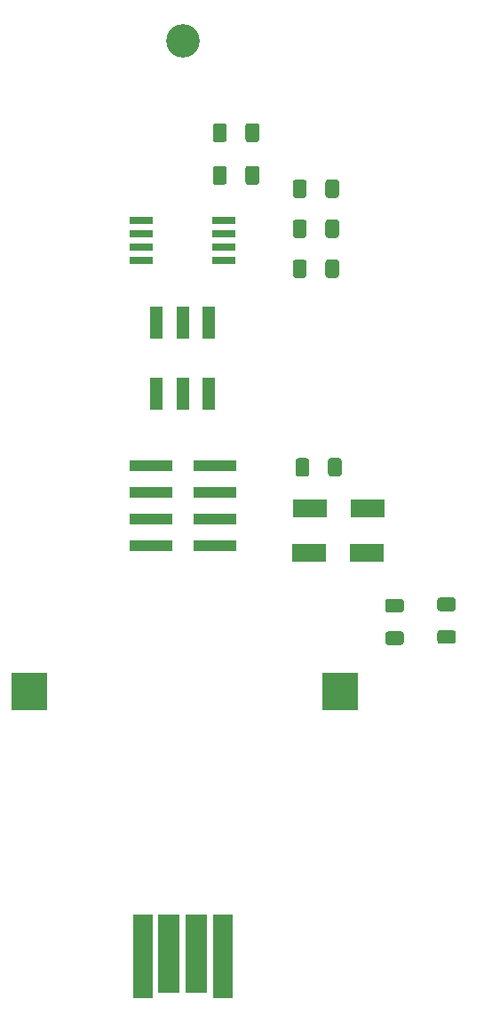
<source format=gts>
G04 #@! TF.GenerationSoftware,KiCad,Pcbnew,7.0.2.1-36-g582732918d-dirty-deb11*
G04 #@! TF.CreationDate,2024-01-19T17:51:50+00:00*
G04 #@! TF.ProjectId,baumsatz,6261756d-7361-4747-9a2e-6b696361645f,rev?*
G04 #@! TF.SameCoordinates,Original*
G04 #@! TF.FileFunction,Soldermask,Top*
G04 #@! TF.FilePolarity,Negative*
%FSLAX46Y46*%
G04 Gerber Fmt 4.6, Leading zero omitted, Abs format (unit mm)*
G04 Created by KiCad (PCBNEW 7.0.2.1-36-g582732918d-dirty-deb11) date 2024-01-19 17:51:50*
%MOMM*%
%LPD*%
G01*
G04 APERTURE LIST*
%ADD10R,2.280000X0.650000*%
%ADD11R,1.900000X8.000000*%
%ADD12R,2.000000X7.500000*%
%ADD13R,3.350000X3.600000*%
%ADD14R,3.300000X1.700000*%
%ADD15R,1.300000X3.150000*%
%ADD16R,4.150000X1.000000*%
%ADD17C,3.200000*%
G04 APERTURE END LIST*
G36*
G01*
X14900000Y-29093000D02*
X14900000Y-30343000D01*
G75*
G02*
X14650000Y-30593000I-250000J0D01*
G01*
X13850000Y-30593000D01*
G75*
G02*
X13600000Y-30343000I0J250000D01*
G01*
X13600000Y-29093000D01*
G75*
G02*
X13850000Y-28843000I250000J0D01*
G01*
X14650000Y-28843000D01*
G75*
G02*
X14900000Y-29093000I0J-250000D01*
G01*
G37*
G36*
G01*
X11800000Y-29093000D02*
X11800000Y-30343000D01*
G75*
G02*
X11550000Y-30593000I-250000J0D01*
G01*
X10750000Y-30593000D01*
G75*
G02*
X10500000Y-30343000I0J250000D01*
G01*
X10500000Y-29093000D01*
G75*
G02*
X10750000Y-28843000I250000J0D01*
G01*
X11550000Y-28843000D01*
G75*
G02*
X11800000Y-29093000I0J-250000D01*
G01*
G37*
G36*
G01*
X2855000Y-21478000D02*
X2855000Y-20178000D01*
G75*
G02*
X3105000Y-19928000I250000J0D01*
G01*
X3930000Y-19928000D01*
G75*
G02*
X4180000Y-20178000I0J-250000D01*
G01*
X4180000Y-21478000D01*
G75*
G02*
X3930000Y-21728000I-250000J0D01*
G01*
X3105000Y-21728000D01*
G75*
G02*
X2855000Y-21478000I0J250000D01*
G01*
G37*
G36*
G01*
X5980000Y-21478000D02*
X5980000Y-20178000D01*
G75*
G02*
X6230000Y-19928000I250000J0D01*
G01*
X7055000Y-19928000D01*
G75*
G02*
X7305000Y-20178000I0J-250000D01*
G01*
X7305000Y-21478000D01*
G75*
G02*
X7055000Y-21728000I-250000J0D01*
G01*
X6230000Y-21728000D01*
G75*
G02*
X5980000Y-21478000I0J250000D01*
G01*
G37*
D10*
X-3937000Y-25095000D03*
X-3940000Y-26365000D03*
X-3940000Y-27635000D03*
X-3940000Y-28905000D03*
X3940000Y-28905000D03*
X3940000Y-27663000D03*
X3940000Y-26393000D03*
X3940000Y-25095000D03*
G36*
G01*
X14900000Y-25283000D02*
X14900000Y-26533000D01*
G75*
G02*
X14650000Y-26783000I-250000J0D01*
G01*
X13850000Y-26783000D01*
G75*
G02*
X13600000Y-26533000I0J250000D01*
G01*
X13600000Y-25283000D01*
G75*
G02*
X13850000Y-25033000I250000J0D01*
G01*
X14650000Y-25033000D01*
G75*
G02*
X14900000Y-25283000I0J-250000D01*
G01*
G37*
G36*
G01*
X11800000Y-25283000D02*
X11800000Y-26533000D01*
G75*
G02*
X11550000Y-26783000I-250000J0D01*
G01*
X10750000Y-26783000D01*
G75*
G02*
X10500000Y-26533000I0J250000D01*
G01*
X10500000Y-25283000D01*
G75*
G02*
X10750000Y-25033000I250000J0D01*
G01*
X11550000Y-25033000D01*
G75*
G02*
X11800000Y-25283000I0J-250000D01*
G01*
G37*
D11*
X3810000Y-95250000D03*
D12*
X1300000Y-95000000D03*
X-1300000Y-95000000D03*
D11*
X-3810000Y-95250000D03*
G36*
G01*
X10754000Y-49266000D02*
X10754000Y-48016000D01*
G75*
G02*
X11004000Y-47766000I250000J0D01*
G01*
X11804000Y-47766000D01*
G75*
G02*
X12054000Y-48016000I0J-250000D01*
G01*
X12054000Y-49266000D01*
G75*
G02*
X11804000Y-49516000I-250000J0D01*
G01*
X11004000Y-49516000D01*
G75*
G02*
X10754000Y-49266000I0J250000D01*
G01*
G37*
G36*
G01*
X13854000Y-49266000D02*
X13854000Y-48016000D01*
G75*
G02*
X14104000Y-47766000I250000J0D01*
G01*
X14904000Y-47766000D01*
G75*
G02*
X15154000Y-48016000I0J-250000D01*
G01*
X15154000Y-49266000D01*
G75*
G02*
X14904000Y-49516000I-250000J0D01*
G01*
X14104000Y-49516000D01*
G75*
G02*
X13854000Y-49266000I0J250000D01*
G01*
G37*
D13*
X15025000Y-70000000D03*
X-14650000Y-70000000D03*
G36*
G01*
X19568000Y-61173000D02*
X20818000Y-61173000D01*
G75*
G02*
X21068000Y-61423000I0J-250000D01*
G01*
X21068000Y-62223000D01*
G75*
G02*
X20818000Y-62473000I-250000J0D01*
G01*
X19568000Y-62473000D01*
G75*
G02*
X19318000Y-62223000I0J250000D01*
G01*
X19318000Y-61423000D01*
G75*
G02*
X19568000Y-61173000I250000J0D01*
G01*
G37*
G36*
G01*
X19568000Y-64273000D02*
X20818000Y-64273000D01*
G75*
G02*
X21068000Y-64523000I0J-250000D01*
G01*
X21068000Y-65323000D01*
G75*
G02*
X20818000Y-65573000I-250000J0D01*
G01*
X19568000Y-65573000D01*
G75*
G02*
X19318000Y-65323000I0J250000D01*
G01*
X19318000Y-64523000D01*
G75*
G02*
X19568000Y-64273000I250000J0D01*
G01*
G37*
D14*
X12109000Y-52578000D03*
X17609000Y-52578000D03*
D15*
X-2500000Y-34850000D03*
X0Y-34850000D03*
X2500000Y-34850000D03*
X-2500000Y-41600000D03*
X0Y-41600000D03*
X2500000Y-41600000D03*
G36*
G01*
X2855000Y-17414000D02*
X2855000Y-16114000D01*
G75*
G02*
X3105000Y-15864000I250000J0D01*
G01*
X3930000Y-15864000D01*
G75*
G02*
X4180000Y-16114000I0J-250000D01*
G01*
X4180000Y-17414000D01*
G75*
G02*
X3930000Y-17664000I-250000J0D01*
G01*
X3105000Y-17664000D01*
G75*
G02*
X2855000Y-17414000I0J250000D01*
G01*
G37*
G36*
G01*
X5980000Y-17414000D02*
X5980000Y-16114000D01*
G75*
G02*
X6230000Y-15864000I250000J0D01*
G01*
X7055000Y-15864000D01*
G75*
G02*
X7305000Y-16114000I0J-250000D01*
G01*
X7305000Y-17414000D01*
G75*
G02*
X7055000Y-17664000I-250000J0D01*
G01*
X6230000Y-17664000D01*
G75*
G02*
X5980000Y-17414000I0J250000D01*
G01*
G37*
G36*
G01*
X14900000Y-21473000D02*
X14900000Y-22723000D01*
G75*
G02*
X14650000Y-22973000I-250000J0D01*
G01*
X13850000Y-22973000D01*
G75*
G02*
X13600000Y-22723000I0J250000D01*
G01*
X13600000Y-21473000D01*
G75*
G02*
X13850000Y-21223000I250000J0D01*
G01*
X14650000Y-21223000D01*
G75*
G02*
X14900000Y-21473000I0J-250000D01*
G01*
G37*
G36*
G01*
X11800000Y-21473000D02*
X11800000Y-22723000D01*
G75*
G02*
X11550000Y-22973000I-250000J0D01*
G01*
X10750000Y-22973000D01*
G75*
G02*
X10500000Y-22723000I0J250000D01*
G01*
X10500000Y-21473000D01*
G75*
G02*
X10750000Y-21223000I250000J0D01*
G01*
X11550000Y-21223000D01*
G75*
G02*
X11800000Y-21473000I0J-250000D01*
G01*
G37*
D14*
X12026000Y-56769000D03*
X17526000Y-56769000D03*
D16*
X-3025000Y-48514000D03*
X3025000Y-48514000D03*
X-3025000Y-51054000D03*
X3025000Y-51054000D03*
X-3025000Y-53594000D03*
X3025000Y-53594000D03*
X-3025000Y-56134000D03*
X3025000Y-56134000D03*
D17*
X0Y-8000000D03*
G36*
G01*
X24521000Y-61046000D02*
X25771000Y-61046000D01*
G75*
G02*
X26021000Y-61296000I0J-250000D01*
G01*
X26021000Y-62096000D01*
G75*
G02*
X25771000Y-62346000I-250000J0D01*
G01*
X24521000Y-62346000D01*
G75*
G02*
X24271000Y-62096000I0J250000D01*
G01*
X24271000Y-61296000D01*
G75*
G02*
X24521000Y-61046000I250000J0D01*
G01*
G37*
G36*
G01*
X24521000Y-64146000D02*
X25771000Y-64146000D01*
G75*
G02*
X26021000Y-64396000I0J-250000D01*
G01*
X26021000Y-65196000D01*
G75*
G02*
X25771000Y-65446000I-250000J0D01*
G01*
X24521000Y-65446000D01*
G75*
G02*
X24271000Y-65196000I0J250000D01*
G01*
X24271000Y-64396000D01*
G75*
G02*
X24521000Y-64146000I250000J0D01*
G01*
G37*
M02*

</source>
